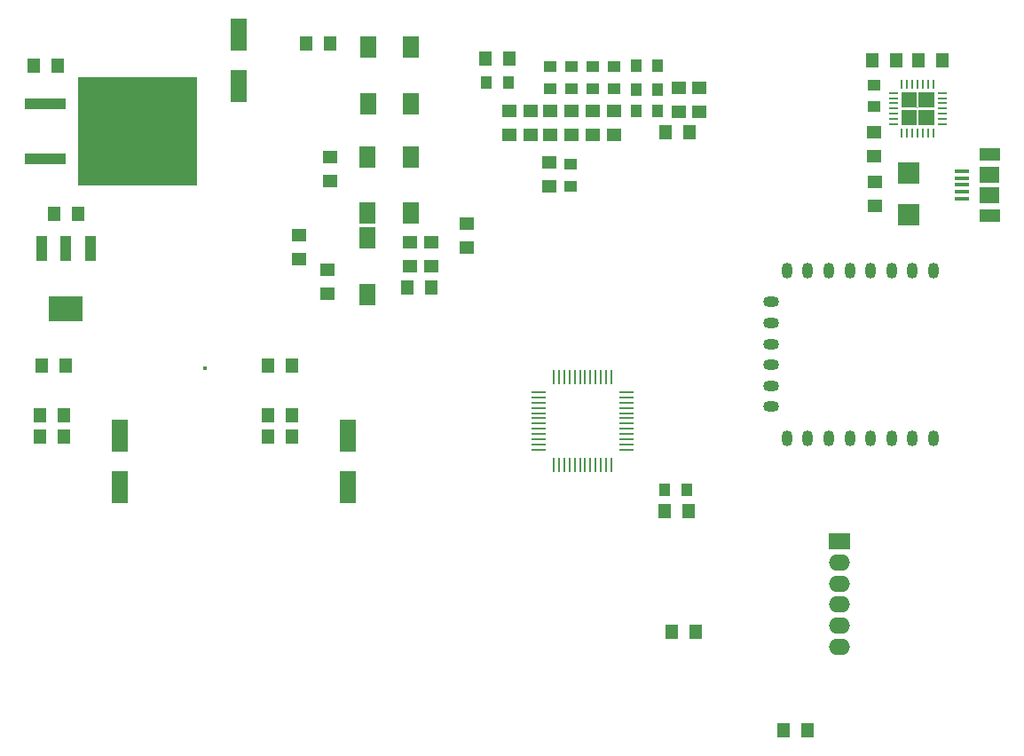
<source format=gtp>
G04*
G04 #@! TF.GenerationSoftware,Altium Limited,Altium Designer,18.1.6 (161)*
G04*
G04 Layer_Color=8421504*
%FSTAX24Y24*%
%MOIN*%
G70*
G01*
G75*
%ADD22R,0.0500X0.0550*%
%ADD23R,0.0530X0.0160*%
%ADD24R,0.0550X0.0500*%
%ADD25R,0.0630X0.1240*%
%ADD26R,0.0110X0.0580*%
%ADD27R,0.0580X0.0110*%
%ADD28R,0.0433X0.0472*%
%ADD29R,0.1299X0.0945*%
%ADD30R,0.0394X0.0945*%
%ADD31R,0.1540X0.0390*%
%ADD32R,0.4510X0.4110*%
%ADD33R,0.0591X0.0787*%
%ADD34R,0.0472X0.0433*%
%ADD35O,0.0800X0.0600*%
%ADD36R,0.0800X0.0600*%
%ADD37O,0.0400X0.0600*%
%ADD38O,0.0600X0.0400*%
%ADD39R,0.0380X0.0080*%
%ADD40R,0.0080X0.0380*%
%ADD41R,0.0010X0.0010*%
%ADD42R,0.0787X0.0787*%
%ADD43R,0.0750X0.0590*%
%ADD44R,0.0150X0.0150*%
G36*
X052351Y042279D02*
X051769D01*
Y042861D01*
X052351D01*
Y042279D01*
D02*
G37*
G36*
X051691D02*
X051109D01*
Y042861D01*
X051691D01*
Y042279D01*
D02*
G37*
G36*
X052351Y041619D02*
X051769D01*
Y042201D01*
X052351D01*
Y041619D01*
D02*
G37*
G36*
X051691D02*
X051109D01*
Y042201D01*
X051691D01*
Y041619D01*
D02*
G37*
G36*
X054815Y040292D02*
X054065D01*
Y040752D01*
X054815D01*
Y040292D01*
D02*
G37*
G36*
Y037996D02*
X054065D01*
Y038456D01*
X054815D01*
Y037996D01*
D02*
G37*
D22*
X04669Y01887D02*
D03*
X04759D02*
D03*
X01966Y03073D02*
D03*
X01876D02*
D03*
X01966Y02993D02*
D03*
X01876D02*
D03*
X02821Y03073D02*
D03*
X02731D02*
D03*
X02821Y02993D02*
D03*
X02731D02*
D03*
X04339Y02257D02*
D03*
X04249D02*
D03*
X043116Y02712D02*
D03*
X042216D02*
D03*
X03257Y03552D02*
D03*
X03347D02*
D03*
X02821Y03258D02*
D03*
X02731D02*
D03*
X01971D02*
D03*
X01881D02*
D03*
X02019Y03829D02*
D03*
X01929D02*
D03*
X01944Y04384D02*
D03*
X01854D02*
D03*
X02875Y04467D02*
D03*
X02965D02*
D03*
X03639Y04411D02*
D03*
X03549D02*
D03*
X04316Y04136D02*
D03*
X04226D02*
D03*
X05004Y04406D02*
D03*
X05094D02*
D03*
X052663D02*
D03*
X051763D02*
D03*
D23*
X053387Y039118D02*
D03*
Y039374D02*
D03*
Y039886D02*
D03*
Y03963D02*
D03*
Y038862D02*
D03*
D24*
X05014Y03857D02*
D03*
Y03947D02*
D03*
X0348Y03792D02*
D03*
Y03702D02*
D03*
X033461Y03632D02*
D03*
Y03722D02*
D03*
X03265D02*
D03*
Y03632D02*
D03*
X02965Y03952D02*
D03*
Y04042D02*
D03*
X0285Y036575D02*
D03*
Y037475D02*
D03*
X02955Y03617D02*
D03*
Y03527D02*
D03*
X03719Y04216D02*
D03*
Y04126D02*
D03*
X03639Y04216D02*
D03*
Y04126D02*
D03*
X0379Y03931D02*
D03*
Y04021D02*
D03*
X03871Y04216D02*
D03*
Y04126D02*
D03*
X03791Y04216D02*
D03*
Y04126D02*
D03*
X03951Y04216D02*
D03*
Y04126D02*
D03*
X04031Y04216D02*
D03*
Y04126D02*
D03*
X04276Y04211D02*
D03*
Y04301D02*
D03*
X043523Y04211D02*
D03*
Y04301D02*
D03*
X0501Y04045D02*
D03*
Y04135D02*
D03*
D25*
X02176Y02803D02*
D03*
Y029959D02*
D03*
X03031Y02803D02*
D03*
Y029959D02*
D03*
X02621Y043095D02*
D03*
Y045025D02*
D03*
D26*
X040225Y028844D02*
D03*
X040028D02*
D03*
X039831D02*
D03*
X039634D02*
D03*
X039437D02*
D03*
X039241D02*
D03*
X039044D02*
D03*
X038847D02*
D03*
X03865D02*
D03*
X038453D02*
D03*
X038256D02*
D03*
X038059D02*
D03*
Y032164D02*
D03*
X038256D02*
D03*
X038453D02*
D03*
X03865D02*
D03*
X038847D02*
D03*
X039044D02*
D03*
X039241D02*
D03*
X039437D02*
D03*
X039634D02*
D03*
X039831D02*
D03*
X040028D02*
D03*
X040225D02*
D03*
D27*
X037482Y029422D02*
D03*
Y029619D02*
D03*
Y029816D02*
D03*
Y030012D02*
D03*
Y030209D02*
D03*
Y030406D02*
D03*
Y030603D02*
D03*
Y0308D02*
D03*
Y030997D02*
D03*
Y031193D02*
D03*
Y03139D02*
D03*
Y031587D02*
D03*
X040802D02*
D03*
Y03139D02*
D03*
Y031193D02*
D03*
Y030997D02*
D03*
Y0308D02*
D03*
Y030603D02*
D03*
Y030406D02*
D03*
Y030209D02*
D03*
Y030012D02*
D03*
Y029816D02*
D03*
Y029619D02*
D03*
Y029422D02*
D03*
D28*
X042237Y02792D02*
D03*
X043063D02*
D03*
X035527Y04321D02*
D03*
X036353D02*
D03*
X041147Y04216D02*
D03*
X041973D02*
D03*
X041147Y04296D02*
D03*
X041973D02*
D03*
X041147Y04386D02*
D03*
X041973D02*
D03*
D29*
X01974Y034717D02*
D03*
D30*
X018834Y037D02*
D03*
X01974D02*
D03*
X020646D02*
D03*
D31*
X018945Y04035D02*
D03*
Y042429D02*
D03*
D32*
X02244Y04139D02*
D03*
D33*
X03105Y037383D02*
D03*
Y035257D02*
D03*
Y040433D02*
D03*
Y038307D02*
D03*
X032703Y040433D02*
D03*
Y038307D02*
D03*
X0311Y044559D02*
D03*
Y042433D02*
D03*
X0327Y044557D02*
D03*
Y042431D02*
D03*
D34*
X038708Y040155D02*
D03*
Y039328D02*
D03*
X04031Y043823D02*
D03*
Y042996D02*
D03*
X03951Y043823D02*
D03*
Y042996D02*
D03*
X03871Y043823D02*
D03*
Y042996D02*
D03*
X03791Y043823D02*
D03*
Y042996D02*
D03*
X05009Y042307D02*
D03*
Y043133D02*
D03*
D35*
X04879Y022032D02*
D03*
Y02282D02*
D03*
Y023607D02*
D03*
Y024394D02*
D03*
Y025182D02*
D03*
D36*
Y025969D02*
D03*
D37*
X052327Y036154D02*
D03*
X05154D02*
D03*
X050753D02*
D03*
X049965D02*
D03*
X049178D02*
D03*
X04839D02*
D03*
X047603D02*
D03*
X046816D02*
D03*
Y029855D02*
D03*
X047603D02*
D03*
X04839D02*
D03*
X049178D02*
D03*
X049965D02*
D03*
X050753D02*
D03*
X05154D02*
D03*
X052327D02*
D03*
D38*
X046225Y034973D02*
D03*
Y034186D02*
D03*
Y033398D02*
D03*
Y032611D02*
D03*
Y031824D02*
D03*
Y031036D02*
D03*
D39*
X052645Y041649D02*
D03*
Y041846D02*
D03*
Y042043D02*
D03*
Y04224D02*
D03*
Y042437D02*
D03*
Y042634D02*
D03*
Y042831D02*
D03*
X050815D02*
D03*
Y042634D02*
D03*
Y042437D02*
D03*
Y04224D02*
D03*
Y042043D02*
D03*
Y041846D02*
D03*
Y041649D02*
D03*
D40*
X052321Y043155D02*
D03*
X052124D02*
D03*
X051927D02*
D03*
X05173D02*
D03*
X051533D02*
D03*
X051336D02*
D03*
X051139D02*
D03*
Y041325D02*
D03*
X051336D02*
D03*
X051533D02*
D03*
X05173D02*
D03*
X051927D02*
D03*
X052124D02*
D03*
X052321D02*
D03*
D41*
X05173Y04224D02*
D03*
D42*
X05138Y038243D02*
D03*
Y039817D02*
D03*
D43*
X05444Y039767D02*
D03*
Y03898D02*
D03*
D44*
X02496Y0325D02*
D03*
M02*

</source>
